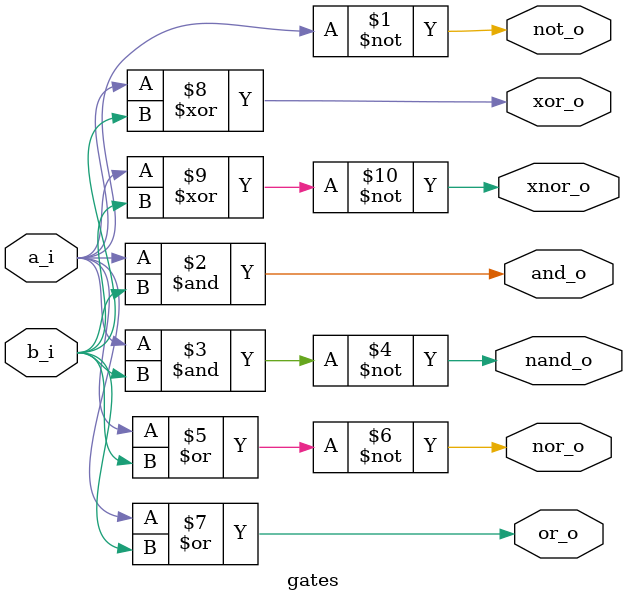
<source format=sv>
module gates (
    input           a_i,
    inout           b_i,
    output logic    not_o,
    output logic    and_o,
    output logic    nand_o,
    output logic    nor_o,
    output logic    or_o,
    output logic    xor_o,
    output logic    xnor_o
);

    assign not_o = ~a_i;
    assign and_o = a_i & b_i;
    assign nand_o = ~(a_i & b_i);
    assign nor_o = ~(a_i | b_i);
    assign or_o = a_i | b_i;
    assign xor_o = a_i ^ b_i;
    assign xnor_o = ~(a_i ^ b_i);

endmodule
</source>
